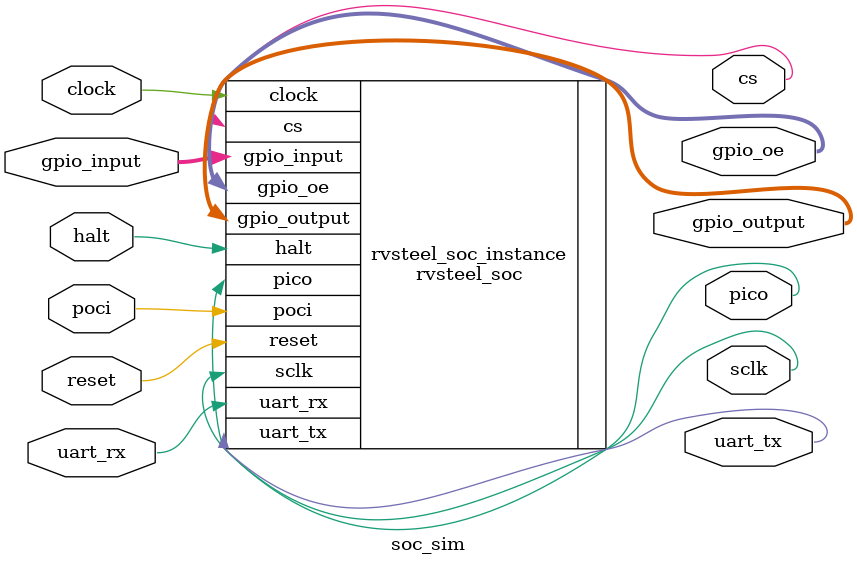
<source format=v>


module soc_sim #(

    // Number of available I/O ports
    parameter GPIO_WIDTH    = 2,
    // Number of CS (Chip Select) pins for the SPI controller
    parameter NUM_CS_LINES  = 1

  ) (

    input   wire                      clock       ,
    input   wire                      reset       ,
    input   wire                      halt        ,
    input   wire                      uart_rx     ,
    output  wire                      uart_tx     ,
    input   wire  [GPIO_WIDTH-1:0]    gpio_input  ,
    output  wire  [GPIO_WIDTH-1:0]    gpio_oe     ,
    output  wire  [GPIO_WIDTH-1:0]    gpio_output ,
    output  wire                      sclk        ,
    output  wire                      pico        ,
    input   wire                      poci        ,
    output  wire  [NUM_CS_LINES-1:0]  cs
  );

  rvsteel_soc #(

    .CLOCK_FREQUENCY          (50000000           ),
    .UART_BAUD_RATE           (9600               ),
    .MEMORY_SIZE              (32768              ),
    .MEMORY_INIT_FILE         (""                 ),
    .BOOT_ADDRESS             (32'h00000000       ),
    .GPIO_WIDTH               (GPIO_WIDTH         )

  ) rvsteel_soc_instance (

    .clock                    (clock              ),
    .reset                    (reset              ),
    .halt                     (halt               ),
    .uart_rx                  (uart_rx            ),
    .uart_tx                  (uart_tx            ),
    .gpio_input               (gpio_input         ),
    .gpio_oe                  (gpio_oe            ),
    .gpio_output              (gpio_output        ),
    .sclk                     (sclk               ),
    .pico                     (pico               ),
    .poci                     (poci               ),
    .cs                       (cs                 )
  );

endmodule

</source>
